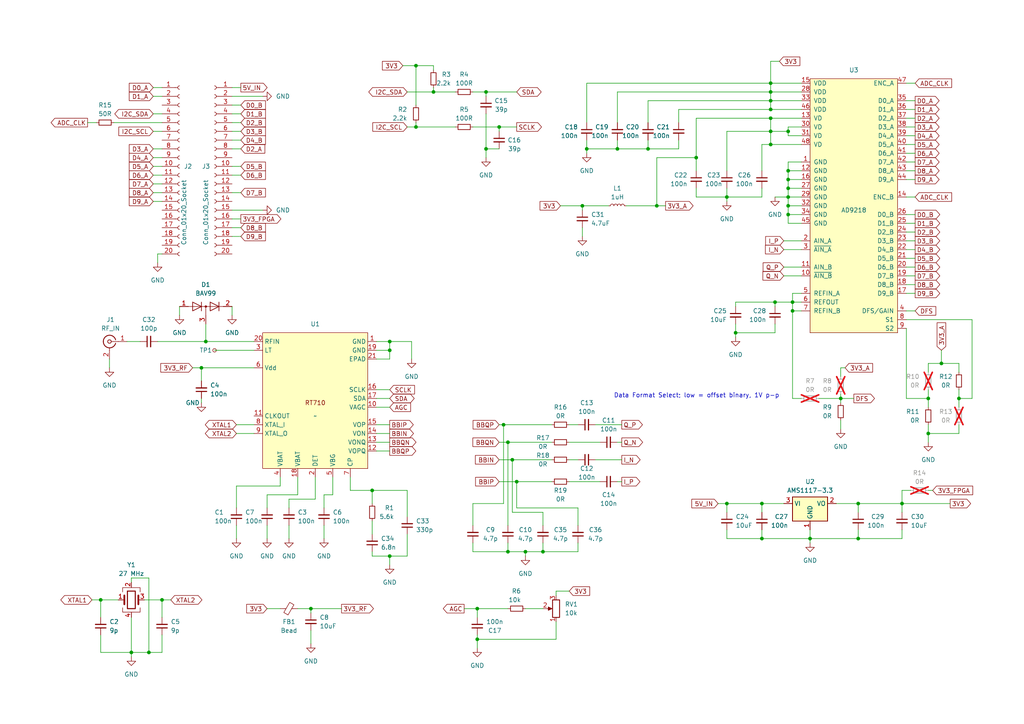
<source format=kicad_sch>
(kicad_sch (version 20230121) (generator eeschema)
  (paper "A4")
  (junction (at 229.87 90.17))
  (junction (at 43.18 189.23))
  (junction (at 144.78 36.83))
  (junction (at 220.98 146.05))
  (junction (at 113.03 161.29))
  (junction (at 120.65 36.83))
  (junction (at 223.52 34.29))
  (junction (at 269.24 125.73))
  (junction (at 190.5 59.69))
  (junction (at 223.52 31.75))
  (junction (at 228.6 38.1))
  (junction (at 59.69 99.06))
  (junction (at 187.96 43.18))
  (junction (at 210.82 57.15))
  (junction (at 248.92 156.21))
  (junction (at 224.79 87.63))
  (junction (at 243.84 115.57))
  (junction (at 113.03 99.06))
  (junction (at 38.1 189.23))
  (junction (at 248.92 146.05))
  (junction (at 140.97 43.18))
  (junction (at 269.24 115.57))
  (junction (at 228.6 49.53))
  (junction (at 229.87 87.63))
  (junction (at 170.18 43.18))
  (junction (at 278.13 115.57))
  (junction (at 228.6 52.07))
  (junction (at 223.52 38.1))
  (junction (at 201.93 45.72))
  (junction (at 140.97 26.67))
  (junction (at 228.6 57.15))
  (junction (at 179.07 43.18))
  (junction (at 46.99 173.99))
  (junction (at 223.52 29.21))
  (junction (at 90.17 176.53))
  (junction (at 152.4 160.02))
  (junction (at 210.82 146.05))
  (junction (at 149.86 139.7))
  (junction (at 234.95 156.21))
  (junction (at 147.32 128.27))
  (junction (at 107.95 142.24))
  (junction (at 157.48 160.02))
  (junction (at 113.03 101.6))
  (junction (at 273.05 105.41))
  (junction (at 213.36 96.52))
  (junction (at 120.65 19.05))
  (junction (at 125.73 26.67))
  (junction (at 29.21 173.99))
  (junction (at 228.6 62.23))
  (junction (at 138.43 185.42))
  (junction (at 220.98 156.21))
  (junction (at 223.52 26.67))
  (junction (at 228.6 54.61))
  (junction (at 58.42 106.68))
  (junction (at 138.43 176.53))
  (junction (at 223.52 41.91))
  (junction (at 228.6 59.69))
  (junction (at 147.32 160.02))
  (junction (at 223.52 24.13))
  (junction (at 261.62 146.05))
  (junction (at 146.05 123.19))
  (junction (at 148.59 133.35))
  (junction (at 168.91 59.69))
  (wire (pts (xy 43.18 189.23) (xy 38.1 189.23)))
  (wire (pts (xy 201.93 57.15) (xy 201.93 54.61)))
  (wire (pts (xy 208.28 146.05) (xy 210.82 146.05)))
  (wire (pts (xy 148.59 148.59) (xy 148.59 133.35)))
  (wire (pts (xy 262.89 115.57) (xy 269.24 115.57)))
  (wire (pts (xy 46.99 173.99) (xy 46.99 179.07)))
  (wire (pts (xy 269.24 125.73) (xy 269.24 128.27)))
  (wire (pts (xy 229.87 90.17) (xy 229.87 115.57)))
  (wire (pts (xy 261.62 153.67) (xy 261.62 156.21)))
  (wire (pts (xy 265.43 64.77) (xy 262.89 64.77)))
  (wire (pts (xy 242.57 146.05) (xy 248.92 146.05)))
  (wire (pts (xy 228.6 38.1) (xy 223.52 38.1)))
  (wire (pts (xy 278.13 105.41) (xy 278.13 107.95)))
  (wire (pts (xy 232.41 52.07) (xy 228.6 52.07)))
  (wire (pts (xy 59.69 93.98) (xy 59.69 99.06)))
  (wire (pts (xy 62.23 101.6) (xy 73.66 101.6)))
  (wire (pts (xy 81.28 138.43) (xy 81.28 140.97)))
  (wire (pts (xy 243.84 115.57) (xy 237.49 115.57)))
  (wire (pts (xy 41.91 173.99) (xy 46.99 173.99)))
  (wire (pts (xy 281.94 115.57) (xy 278.13 115.57)))
  (wire (pts (xy 243.84 106.68) (xy 243.84 109.22)))
  (wire (pts (xy 165.1 123.19) (xy 167.64 123.19)))
  (wire (pts (xy 147.32 128.27) (xy 160.02 128.27)))
  (wire (pts (xy 265.43 52.07) (xy 262.89 52.07)))
  (wire (pts (xy 138.43 179.07) (xy 138.43 176.53)))
  (wire (pts (xy 44.45 25.4) (xy 46.99 25.4)))
  (wire (pts (xy 232.41 36.83) (xy 228.6 36.83)))
  (wire (pts (xy 187.96 40.64) (xy 187.96 43.18)))
  (wire (pts (xy 248.92 146.05) (xy 248.92 148.59)))
  (wire (pts (xy 223.52 29.21) (xy 187.96 29.21)))
  (wire (pts (xy 232.41 85.09) (xy 229.87 85.09)))
  (wire (pts (xy 201.93 34.29) (xy 223.52 34.29)))
  (wire (pts (xy 93.98 147.32) (xy 93.98 143.51)))
  (wire (pts (xy 93.98 152.4) (xy 93.98 156.21)))
  (wire (pts (xy 167.64 152.4) (xy 167.64 147.32)))
  (wire (pts (xy 38.1 168.91) (xy 38.1 167.64)))
  (wire (pts (xy 34.29 173.99) (xy 29.21 173.99)))
  (wire (pts (xy 269.24 123.19) (xy 269.24 125.73)))
  (wire (pts (xy 273.05 105.41) (xy 278.13 105.41)))
  (wire (pts (xy 232.41 59.69) (xy 228.6 59.69)))
  (wire (pts (xy 228.6 54.61) (xy 228.6 57.15)))
  (wire (pts (xy 118.11 26.67) (xy 125.73 26.67)))
  (wire (pts (xy 213.36 87.63) (xy 213.36 88.9)))
  (wire (pts (xy 265.43 85.09) (xy 262.89 85.09)))
  (wire (pts (xy 152.4 160.02) (xy 147.32 160.02)))
  (wire (pts (xy 265.43 39.37) (xy 262.89 39.37)))
  (wire (pts (xy 44.45 58.42) (xy 46.99 58.42)))
  (wire (pts (xy 152.4 160.02) (xy 152.4 161.29)))
  (wire (pts (xy 223.52 26.67) (xy 179.07 26.67)))
  (wire (pts (xy 109.22 115.57) (xy 113.03 115.57)))
  (wire (pts (xy 44.45 38.1) (xy 46.99 38.1)))
  (wire (pts (xy 170.18 40.64) (xy 170.18 43.18)))
  (wire (pts (xy 76.2 27.94) (xy 67.31 27.94)))
  (wire (pts (xy 168.91 66.04) (xy 168.91 68.58)))
  (wire (pts (xy 137.16 146.05) (xy 146.05 146.05)))
  (wire (pts (xy 220.98 54.61) (xy 220.98 57.15)))
  (wire (pts (xy 213.36 96.52) (xy 213.36 93.98)))
  (wire (pts (xy 86.36 176.53) (xy 90.17 176.53)))
  (wire (pts (xy 157.48 152.4) (xy 157.48 148.59)))
  (wire (pts (xy 44.45 27.94) (xy 46.99 27.94)))
  (wire (pts (xy 265.43 44.45) (xy 262.89 44.45)))
  (wire (pts (xy 232.41 54.61) (xy 228.6 54.61)))
  (wire (pts (xy 165.1 139.7) (xy 173.99 139.7)))
  (wire (pts (xy 223.52 38.1) (xy 223.52 41.91)))
  (wire (pts (xy 45.72 73.66) (xy 46.99 73.66)))
  (wire (pts (xy 165.1 133.35) (xy 167.64 133.35)))
  (wire (pts (xy 232.41 77.47) (xy 227.33 77.47)))
  (wire (pts (xy 190.5 59.69) (xy 190.5 45.72)))
  (wire (pts (xy 269.24 107.95) (xy 269.24 105.41)))
  (wire (pts (xy 44.45 43.18) (xy 46.99 43.18)))
  (wire (pts (xy 147.32 128.27) (xy 147.32 152.4)))
  (wire (pts (xy 83.82 152.4) (xy 83.82 156.21)))
  (wire (pts (xy 68.58 140.97) (xy 68.58 147.32)))
  (wire (pts (xy 44.45 45.72) (xy 46.99 45.72)))
  (wire (pts (xy 190.5 59.69) (xy 193.04 59.69)))
  (wire (pts (xy 220.98 57.15) (xy 210.82 57.15)))
  (wire (pts (xy 210.82 146.05) (xy 220.98 146.05)))
  (wire (pts (xy 31.75 104.14) (xy 31.75 106.68)))
  (wire (pts (xy 223.52 34.29) (xy 223.52 38.1)))
  (wire (pts (xy 224.79 96.52) (xy 213.36 96.52)))
  (wire (pts (xy 146.05 146.05) (xy 146.05 123.19)))
  (wire (pts (xy 273.05 101.6) (xy 273.05 105.41)))
  (wire (pts (xy 201.93 34.29) (xy 201.93 45.72)))
  (wire (pts (xy 248.92 146.05) (xy 261.62 146.05)))
  (wire (pts (xy 120.65 19.05) (xy 125.73 19.05)))
  (wire (pts (xy 265.43 69.85) (xy 262.89 69.85)))
  (wire (pts (xy 187.96 35.56) (xy 187.96 29.21)))
  (wire (pts (xy 116.84 19.05) (xy 120.65 19.05)))
  (wire (pts (xy 232.41 80.01) (xy 227.33 80.01)))
  (wire (pts (xy 26.67 173.99) (xy 29.21 173.99)))
  (wire (pts (xy 269.24 105.41) (xy 273.05 105.41)))
  (wire (pts (xy 38.1 189.23) (xy 38.1 190.5)))
  (wire (pts (xy 140.97 33.02) (xy 140.97 43.18)))
  (wire (pts (xy 144.78 133.35) (xy 148.59 133.35)))
  (wire (pts (xy 223.52 34.29) (xy 232.41 34.29)))
  (wire (pts (xy 210.82 156.21) (xy 220.98 156.21)))
  (wire (pts (xy 157.48 157.48) (xy 157.48 160.02)))
  (wire (pts (xy 229.87 90.17) (xy 229.87 87.63)))
  (wire (pts (xy 228.6 52.07) (xy 228.6 54.61)))
  (wire (pts (xy 228.6 57.15) (xy 224.79 57.15)))
  (wire (pts (xy 120.65 36.83) (xy 132.08 36.83)))
  (wire (pts (xy 144.78 36.83) (xy 149.86 36.83)))
  (wire (pts (xy 109.22 125.73) (xy 113.03 125.73)))
  (wire (pts (xy 125.73 25.4) (xy 125.73 26.67)))
  (wire (pts (xy 168.91 59.69) (xy 176.53 59.69)))
  (wire (pts (xy 232.41 39.37) (xy 228.6 39.37)))
  (wire (pts (xy 243.84 121.92) (xy 243.84 124.46)))
  (wire (pts (xy 125.73 26.67) (xy 132.08 26.67)))
  (wire (pts (xy 228.6 57.15) (xy 228.6 59.69)))
  (wire (pts (xy 107.95 142.24) (xy 101.6 142.24)))
  (wire (pts (xy 138.43 185.42) (xy 138.43 187.96)))
  (wire (pts (xy 232.41 29.21) (xy 223.52 29.21)))
  (wire (pts (xy 67.31 25.4) (xy 69.85 25.4)))
  (wire (pts (xy 137.16 36.83) (xy 144.78 36.83)))
  (wire (pts (xy 265.43 46.99) (xy 262.89 46.99)))
  (wire (pts (xy 118.11 161.29) (xy 113.03 161.29)))
  (wire (pts (xy 220.98 156.21) (xy 234.95 156.21)))
  (wire (pts (xy 109.22 123.19) (xy 113.03 123.19)))
  (wire (pts (xy 220.98 41.91) (xy 220.98 49.53)))
  (wire (pts (xy 232.41 115.57) (xy 229.87 115.57)))
  (wire (pts (xy 261.62 146.05) (xy 261.62 148.59)))
  (wire (pts (xy 261.62 156.21) (xy 248.92 156.21)))
  (wire (pts (xy 245.11 106.68) (xy 243.84 106.68)))
  (wire (pts (xy 234.95 156.21) (xy 234.95 157.48)))
  (wire (pts (xy 265.43 90.17) (xy 262.89 90.17)))
  (wire (pts (xy 90.17 182.88) (xy 90.17 186.69)))
  (wire (pts (xy 93.98 143.51) (xy 96.52 143.51)))
  (wire (pts (xy 220.98 41.91) (xy 223.52 41.91)))
  (wire (pts (xy 67.31 66.04) (xy 69.85 66.04)))
  (wire (pts (xy 187.96 43.18) (xy 179.07 43.18)))
  (wire (pts (xy 228.6 49.53) (xy 228.6 52.07)))
  (wire (pts (xy 45.72 76.2) (xy 45.72 73.66)))
  (wire (pts (xy 113.03 99.06) (xy 113.03 101.6)))
  (wire (pts (xy 278.13 125.73) (xy 269.24 125.73)))
  (wire (pts (xy 224.79 93.98) (xy 224.79 96.52)))
  (wire (pts (xy 220.98 146.05) (xy 227.33 146.05)))
  (wire (pts (xy 161.29 180.34) (xy 161.29 185.42)))
  (wire (pts (xy 167.64 160.02) (xy 157.48 160.02)))
  (wire (pts (xy 165.1 128.27) (xy 173.99 128.27)))
  (wire (pts (xy 265.43 36.83) (xy 262.89 36.83)))
  (wire (pts (xy 86.36 143.51) (xy 77.47 143.51)))
  (wire (pts (xy 138.43 176.53) (xy 147.32 176.53)))
  (wire (pts (xy 265.43 31.75) (xy 262.89 31.75)))
  (wire (pts (xy 265.43 24.13) (xy 262.89 24.13)))
  (wire (pts (xy 140.97 26.67) (xy 149.86 26.67)))
  (wire (pts (xy 45.72 99.06) (xy 59.69 99.06)))
  (wire (pts (xy 67.31 50.8) (xy 69.85 50.8)))
  (wire (pts (xy 67.31 40.64) (xy 69.85 40.64)))
  (wire (pts (xy 96.52 143.51) (xy 96.52 138.43)))
  (wire (pts (xy 167.64 157.48) (xy 167.64 160.02)))
  (wire (pts (xy 196.85 43.18) (xy 187.96 43.18)))
  (wire (pts (xy 248.92 153.67) (xy 248.92 156.21)))
  (wire (pts (xy 118.11 36.83) (xy 120.65 36.83)))
  (wire (pts (xy 213.36 96.52) (xy 213.36 97.79)))
  (wire (pts (xy 232.41 62.23) (xy 228.6 62.23)))
  (wire (pts (xy 157.48 148.59) (xy 148.59 148.59)))
  (wire (pts (xy 67.31 55.88) (xy 69.85 55.88)))
  (wire (pts (xy 109.22 99.06) (xy 113.03 99.06)))
  (wire (pts (xy 179.07 40.64) (xy 179.07 43.18)))
  (wire (pts (xy 144.78 123.19) (xy 146.05 123.19)))
  (wire (pts (xy 269.24 113.03) (xy 269.24 115.57)))
  (wire (pts (xy 46.99 173.99) (xy 49.53 173.99)))
  (wire (pts (xy 77.47 152.4) (xy 77.47 156.21)))
  (wire (pts (xy 247.65 115.57) (xy 243.84 115.57)))
  (wire (pts (xy 77.47 143.51) (xy 77.47 147.32)))
  (wire (pts (xy 265.43 49.53) (xy 262.89 49.53)))
  (wire (pts (xy 67.31 48.26) (xy 69.85 48.26)))
  (wire (pts (xy 210.82 153.67) (xy 210.82 156.21)))
  (wire (pts (xy 67.31 38.1) (xy 69.85 38.1)))
  (wire (pts (xy 146.05 123.19) (xy 160.02 123.19)))
  (wire (pts (xy 234.95 153.67) (xy 234.95 156.21)))
  (wire (pts (xy 223.52 24.13) (xy 223.52 26.67)))
  (wire (pts (xy 119.38 99.06) (xy 113.03 99.06)))
  (wire (pts (xy 144.78 36.83) (xy 144.78 38.1)))
  (wire (pts (xy 109.22 101.6) (xy 113.03 101.6)))
  (wire (pts (xy 223.52 31.75) (xy 232.41 31.75)))
  (wire (pts (xy 109.22 113.03) (xy 113.03 113.03)))
  (wire (pts (xy 67.31 68.58) (xy 69.85 68.58)))
  (wire (pts (xy 152.4 176.53) (xy 157.48 176.53)))
  (wire (pts (xy 265.43 67.31) (xy 262.89 67.31)))
  (wire (pts (xy 118.11 142.24) (xy 107.95 142.24)))
  (wire (pts (xy 232.41 26.67) (xy 223.52 26.67)))
  (wire (pts (xy 210.82 38.1) (xy 210.82 49.53)))
  (wire (pts (xy 232.41 64.77) (xy 228.6 64.77)))
  (wire (pts (xy 68.58 152.4) (xy 68.58 156.21)))
  (wire (pts (xy 67.31 60.96) (xy 76.2 60.96)))
  (wire (pts (xy 223.52 24.13) (xy 170.18 24.13)))
  (wire (pts (xy 264.16 142.24) (xy 261.62 142.24)))
  (wire (pts (xy 109.22 128.27) (xy 113.03 128.27)))
  (wire (pts (xy 119.38 104.14) (xy 119.38 99.06)))
  (wire (pts (xy 44.45 53.34) (xy 46.99 53.34)))
  (wire (pts (xy 86.36 138.43) (xy 86.36 143.51)))
  (wire (pts (xy 67.31 63.5) (xy 69.85 63.5)))
  (wire (pts (xy 223.52 41.91) (xy 232.41 41.91)))
  (wire (pts (xy 170.18 24.13) (xy 170.18 35.56)))
  (wire (pts (xy 201.93 45.72) (xy 201.93 49.53)))
  (wire (pts (xy 107.95 161.29) (xy 113.03 161.29)))
  (wire (pts (xy 196.85 31.75) (xy 223.52 31.75)))
  (wire (pts (xy 223.52 38.1) (xy 210.82 38.1)))
  (wire (pts (xy 58.42 106.68) (xy 58.42 110.49)))
  (wire (pts (xy 90.17 176.53) (xy 99.06 176.53)))
  (wire (pts (xy 265.43 34.29) (xy 262.89 34.29)))
  (wire (pts (xy 223.52 29.21) (xy 223.52 31.75)))
  (wire (pts (xy 101.6 142.24) (xy 101.6 138.43)))
  (wire (pts (xy 137.16 152.4) (xy 137.16 146.05)))
  (wire (pts (xy 68.58 123.19) (xy 73.66 123.19)))
  (wire (pts (xy 196.85 35.56) (xy 196.85 31.75)))
  (wire (pts (xy 58.42 115.57) (xy 58.42 116.84)))
  (wire (pts (xy 68.58 125.73) (xy 73.66 125.73)))
  (wire (pts (xy 220.98 153.67) (xy 220.98 156.21)))
  (wire (pts (xy 118.11 154.94) (xy 118.11 161.29)))
  (wire (pts (xy 232.41 87.63) (xy 229.87 87.63)))
  (wire (pts (xy 44.45 50.8) (xy 46.99 50.8)))
  (wire (pts (xy 38.1 189.23) (xy 29.21 189.23)))
  (wire (pts (xy 161.29 185.42) (xy 138.43 185.42)))
  (wire (pts (xy 261.62 146.05) (xy 275.59 146.05)))
  (wire (pts (xy 243.84 114.3) (xy 243.84 115.57)))
  (wire (pts (xy 144.78 139.7) (xy 149.86 139.7)))
  (wire (pts (xy 38.1 179.07) (xy 38.1 189.23)))
  (wire (pts (xy 162.56 59.69) (xy 168.91 59.69)))
  (wire (pts (xy 29.21 184.15) (xy 29.21 189.23)))
  (wire (pts (xy 149.86 147.32) (xy 149.86 139.7)))
  (wire (pts (xy 261.62 142.24) (xy 261.62 146.05)))
  (wire (pts (xy 161.29 171.45) (xy 161.29 172.72)))
  (wire (pts (xy 107.95 146.05) (xy 107.95 142.24)))
  (wire (pts (xy 232.41 49.53) (xy 228.6 49.53)))
  (wire (pts (xy 228.6 38.1) (xy 228.6 39.37)))
  (wire (pts (xy 29.21 173.99) (xy 29.21 179.07)))
  (wire (pts (xy 107.95 151.13) (xy 107.95 154.94)))
  (wire (pts (xy 67.31 30.48) (xy 69.85 30.48)))
  (wire (pts (xy 52.07 88.9) (xy 52.07 91.44)))
  (wire (pts (xy 179.07 139.7) (xy 180.34 139.7)))
  (wire (pts (xy 232.41 24.13) (xy 223.52 24.13)))
  (wire (pts (xy 278.13 113.03) (xy 278.13 115.57)))
  (wire (pts (xy 248.92 156.21) (xy 234.95 156.21)))
  (wire (pts (xy 167.64 147.32) (xy 149.86 147.32)))
  (wire (pts (xy 265.43 41.91) (xy 262.89 41.91)))
  (wire (pts (xy 113.03 161.29) (xy 113.03 163.83)))
  (wire (pts (xy 228.6 59.69) (xy 228.6 62.23)))
  (wire (pts (xy 278.13 123.19) (xy 278.13 125.73)))
  (wire (pts (xy 179.07 128.27) (xy 180.34 128.27)))
  (wire (pts (xy 38.1 167.64) (xy 43.18 167.64)))
  (wire (pts (xy 125.73 20.32) (xy 125.73 19.05)))
  (wire (pts (xy 120.65 35.56) (xy 120.65 36.83)))
  (wire (pts (xy 220.98 146.05) (xy 220.98 148.59)))
  (wire (pts (xy 224.79 87.63) (xy 213.36 87.63)))
  (wire (pts (xy 210.82 146.05) (xy 210.82 148.59)))
  (wire (pts (xy 83.82 144.78) (xy 91.44 144.78)))
  (wire (pts (xy 113.03 101.6) (xy 113.03 104.14)))
  (wire (pts (xy 181.61 59.69) (xy 190.5 59.69)))
  (wire (pts (xy 118.11 149.86) (xy 118.11 142.24)))
  (wire (pts (xy 243.84 115.57) (xy 243.84 116.84)))
  (wire (pts (xy 265.43 62.23) (xy 262.89 62.23)))
  (wire (pts (xy 140.97 43.18) (xy 144.78 43.18)))
  (wire (pts (xy 210.82 57.15) (xy 210.82 58.42)))
  (wire (pts (xy 109.22 118.11) (xy 113.03 118.11)))
  (wire (pts (xy 226.06 17.78) (xy 223.52 17.78)))
  (wire (pts (xy 33.02 35.56) (xy 46.99 35.56)))
  (wire (pts (xy 109.22 130.81) (xy 113.03 130.81)))
  (wire (pts (xy 67.31 43.18) (xy 69.85 43.18)))
  (wire (pts (xy 232.41 69.85) (xy 227.33 69.85)))
  (wire (pts (xy 91.44 144.78) (xy 91.44 138.43)))
  (wire (pts (xy 262.89 95.25) (xy 262.89 115.57)))
  (wire (pts (xy 172.72 133.35) (xy 180.34 133.35)))
  (wire (pts (xy 196.85 40.64) (xy 196.85 43.18)))
  (wire (pts (xy 170.18 44.45) (xy 170.18 43.18)))
  (wire (pts (xy 165.1 171.45) (xy 161.29 171.45)))
  (wire (pts (xy 138.43 184.15) (xy 138.43 185.42)))
  (wire (pts (xy 137.16 26.67) (xy 140.97 26.67)))
  (wire (pts (xy 55.88 106.68) (xy 58.42 106.68)))
  (wire (pts (xy 67.31 33.02) (xy 69.85 33.02)))
  (wire (pts (xy 269.24 142.24) (xy 270.51 142.24)))
  (wire (pts (xy 67.31 88.9) (xy 67.31 91.44)))
  (wire (pts (xy 140.97 43.18) (xy 140.97 45.72)))
  (wire (pts (xy 144.78 128.27) (xy 147.32 128.27)))
  (wire (pts (xy 147.32 157.48) (xy 147.32 160.02)))
  (wire (pts (xy 157.48 160.02) (xy 152.4 160.02)))
  (wire (pts (xy 232.41 72.39) (xy 227.33 72.39)))
  (wire (pts (xy 232.41 46.99) (xy 228.6 46.99)))
  (wire (pts (xy 46.99 189.23) (xy 43.18 189.23)))
  (wire (pts (xy 58.42 106.68) (xy 73.66 106.68)))
  (wire (pts (xy 67.31 35.56) (xy 69.85 35.56)))
  (wire (pts (xy 179.07 26.67) (xy 179.07 35.56)))
  (wire (pts (xy 120.65 19.05) (xy 120.65 30.48)))
  (wire (pts (xy 224.79 87.63) (xy 224.79 88.9)))
  (wire (pts (xy 223.52 17.78) (xy 223.52 24.13)))
  (wire (pts (xy 44.45 48.26) (xy 46.99 48.26)))
  (wire (pts (xy 137.16 157.48) (xy 137.16 160.02)))
  (wire (pts (xy 25.4 35.56) (xy 27.94 35.56)))
  (wire (pts (xy 59.69 99.06) (xy 73.66 99.06)))
  (wire (pts (xy 210.82 57.15) (xy 201.93 57.15)))
  (wire (pts (xy 43.18 167.64) (xy 43.18 189.23)))
  (wire (pts (xy 210.82 54.61) (xy 210.82 57.15)))
  (wire (pts (xy 265.43 72.39) (xy 262.89 72.39)))
  (wire (pts (xy 232.41 57.15) (xy 228.6 57.15)))
  (wire (pts (xy 190.5 45.72) (xy 201.93 45.72)))
  (wire (pts (xy 36.83 99.06) (xy 40.64 99.06)))
  (wire (pts (xy 77.47 176.53) (xy 81.28 176.53)))
  (wire (pts (xy 232.41 90.17) (xy 229.87 90.17)))
  (wire (pts (xy 148.59 133.35) (xy 160.02 133.35)))
  (wire (pts (xy 147.32 160.02) (xy 137.16 160.02)))
  (wire (pts (xy 265.43 74.93) (xy 262.89 74.93)))
  (wire (pts (xy 109.22 104.14) (xy 113.03 104.14)))
  (wire (pts (xy 223.52 26.67) (xy 223.52 29.21)))
  (wire (pts (xy 269.24 115.57) (xy 269.24 118.11)))
  (wire (pts (xy 265.43 80.01) (xy 262.89 80.01)))
  (wire (pts (xy 44.45 55.88) (xy 46.99 55.88)))
  (wire (pts (xy 228.6 36.83) (xy 228.6 38.1)))
  (wire (pts (xy 83.82 147.32) (xy 83.82 144.78)))
  (wire (pts (xy 228.6 46.99) (xy 228.6 49.53)))
  (wire (pts (xy 90.17 177.8) (xy 90.17 176.53)))
  (wire (pts (xy 265.43 77.47) (xy 262.89 77.47)))
  (wire (pts (xy 44.45 33.02) (xy 46.99 33.02)))
  (wire (pts (xy 179.07 43.18) (xy 170.18 43.18)))
  (wire (pts (xy 81.28 140.97) (xy 68.58 140.97)))
  (wire (pts (xy 265.43 29.21) (xy 262.89 29.21)))
  (wire (pts (xy 149.86 139.7) (xy 160.02 139.7)))
  (wire (pts (xy 168.91 59.69) (xy 168.91 60.96)))
  (wire (pts (xy 229.87 87.63) (xy 224.79 87.63)))
  (wire (pts (xy 265.43 57.15) (xy 262.89 57.15)))
  (wire (pts (xy 229.87 87.63) (xy 229.87 85.09)))
  (wire (pts (xy 107.95 160.02) (xy 107.95 161.29)))
  (wire (pts (xy 281.94 92.71) (xy 281.94 115.57)))
  (wire (pts (xy 262.89 92.71) (xy 281.94 92.71)))
  (wire (pts (xy 140.97 27.94) (xy 140.97 26.67)))
  (wire (pts (xy 172.72 123.19) (xy 180.34 123.19)))
  (wire (pts (xy 265.43 82.55) (xy 262.89 82.55)))
  (wire (pts (xy 134.62 176.53) (xy 138.43 176.53)))
  (wire (pts (xy 228.6 62.23) (xy 228.6 64.77)))
  (wire (pts (xy 278.13 115.57) (xy 278.13 118.11)))
  (wire (pts (xy 46.99 184.15) (xy 46.99 189.23)))
  (text "Data Format Select; low = offset binary, 1V p-p" (at 226.06 115.57 0) (effects (font (size 1.27 1.27)) (justify right bottom)))
  (global_label "D4_B" (shape input) (at 69.85 40.64 0) (property "Intersheetrefs" "${INTERSHEET_REFS}" (effects hide)))
  (global_label "SCLK" (shape input) (at 113.03 113.03 0) (property "Intersheetrefs" "${INTERSHEET_REFS}" (effects hide)))
  (global_label "3V3_A" (shape input) (at 273.05 101.6 90) (property "Intersheetrefs" "${INTERSHEET_REFS}" (effects hide)))
  (global_label "Q_N" (shape input) (at 227.33 80.01 180) (property "Intersheetrefs" "${INTERSHEET_REFS}" (effects hide)))
  (global_label "D8_B" (shape input) (at 69.85 66.04 0) (property "Intersheetrefs" "${INTERSHEET_REFS}" (effects hide)))
  (global_label "D3_A" (shape output) (at 265.43 36.83 0) (property "Intersheetrefs" "${INTERSHEET_REFS}" (effects hide)))
  (global_label "D2_A" (shape input) (at 69.85 43.18 0) (property "Intersheetrefs" "${INTERSHEET_REFS}" (effects hide)))
  (global_label "D8_A" (shape input) (at 44.45 55.88 180) (property "Intersheetrefs" "${INTERSHEET_REFS}" (effects hide)))
  (global_label "D9_B" (shape output) (at 265.43 85.09 0) (property "Intersheetrefs" "${INTERSHEET_REFS}" (effects hide)))
  (global_label "D0_A" (shape output) (at 265.43 29.21 0) (property "Intersheetrefs" "${INTERSHEET_REFS}" (effects hide)))
  (global_label "BBQP" (shape input) (at 144.78 123.19 180) (property "Intersheetrefs" "${INTERSHEET_REFS}" (effects hide)))
  (global_label "3V3_RF" (shape input) (at 55.88 106.68 180) (property "Intersheetrefs" "${INTERSHEET_REFS}" (effects hide)))
  (global_label "D6_A" (shape input) (at 44.45 50.8 180) (property "Intersheetrefs" "${INTERSHEET_REFS}" (effects hide)))
  (global_label "I_P" (shape input) (at 227.33 69.85 180) (property "Intersheetrefs" "${INTERSHEET_REFS}" (effects hide)))
  (global_label "D3_A" (shape input) (at 44.45 43.18 180) (property "Intersheetrefs" "${INTERSHEET_REFS}" (effects hide)))
  (global_label "I_N" (shape output) (at 180.34 133.35 0) (property "Intersheetrefs" "${INTERSHEET_REFS}" (effects hide)))
  (global_label "5V_IN" (shape output) (at 69.85 25.4 0) (property "Intersheetrefs" "${INTERSHEET_REFS}" (effects hide)))
  (global_label "BBIP" (shape input) (at 144.78 139.7 180) (property "Intersheetrefs" "${INTERSHEET_REFS}" (effects hide)))
  (global_label "I2C_SCL" (shape input) (at 44.45 38.1 180) (property "Intersheetrefs" "${INTERSHEET_REFS}" (effects hide)))
  (global_label "D1_B" (shape input) (at 69.85 33.02 0) (property "Intersheetrefs" "${INTERSHEET_REFS}" (effects hide)))
  (global_label "XTAL2" (shape bidirectional) (at 49.53 173.99 0) (property "Intersheetrefs" "${INTERSHEET_REFS}" (effects hide)))
  (global_label "Q_P" (shape output) (at 180.34 123.19 0) (property "Intersheetrefs" "${INTERSHEET_REFS}" (effects hide)))
  (global_label "3V3" (shape input) (at 165.1 171.45 0) (property "Intersheetrefs" "${INTERSHEET_REFS}" (effects hide)))
  (global_label "3V3_FPGA" (shape input) (at 270.51 142.24 0) (property "Intersheetrefs" "${INTERSHEET_REFS}" (effects hide)))
  (global_label "3V3_A" (shape input) (at 245.11 106.68 0) (property "Intersheetrefs" "${INTERSHEET_REFS}" (effects hide)))
  (global_label "3V3" (shape input) (at 226.06 17.78 0) (property "Intersheetrefs" "${INTERSHEET_REFS}" (effects hide)))
  (global_label "D5_A" (shape input) (at 44.45 48.26 180) (property "Intersheetrefs" "${INTERSHEET_REFS}" (effects hide)))
  (global_label "I_P" (shape output) (at 180.34 139.7 0) (property "Intersheetrefs" "${INTERSHEET_REFS}" (effects hide)))
  (global_label "D1_A" (shape output) (at 265.43 31.75 0) (property "Intersheetrefs" "${INTERSHEET_REFS}" (effects hide)))
  (global_label "BBIP" (shape output) (at 113.03 123.19 0) (property "Intersheetrefs" "${INTERSHEET_REFS}" (effects hide)))
  (global_label "BBIN" (shape input) (at 144.78 133.35 180) (property "Intersheetrefs" "${INTERSHEET_REFS}" (effects hide)))
  (global_label "D0_B" (shape output) (at 265.43 62.23 0) (property "Intersheetrefs" "${INTERSHEET_REFS}" (effects hide)))
  (global_label "AGC" (shape input) (at 113.03 118.11 0) (property "Intersheetrefs" "${INTERSHEET_REFS}" (effects hide)))
  (global_label "D9_B" (shape input) (at 69.85 68.58 0) (property "Intersheetrefs" "${INTERSHEET_REFS}" (effects hide)))
  (global_label "ADC_CLK" (shape input) (at 265.43 24.13 0) (property "Intersheetrefs" "${INTERSHEET_REFS}" (effects hide)))
  (global_label "D5_B" (shape input) (at 69.85 48.26 0) (property "Intersheetrefs" "${INTERSHEET_REFS}" (effects hide)))
  (global_label "D3_B" (shape input) (at 69.85 38.1 0) (property "Intersheetrefs" "${INTERSHEET_REFS}" (effects hide)))
  (global_label "D7_A" (shape output) (at 265.43 46.99 0) (property "Intersheetrefs" "${INTERSHEET_REFS}" (effects hide)))
  (global_label "D7_B" (shape output) (at 265.43 80.01 0) (property "Intersheetrefs" "${INTERSHEET_REFS}" (effects hide)))
  (global_label "DFS" (shape output) (at 247.65 115.57 0) (property "Intersheetrefs" "${INTERSHEET_REFS}" (effects hide)))
  (global_label "SDA" (shape bidirectional) (at 113.03 115.57 0) (property "Intersheetrefs" "${INTERSHEET_REFS}" (effects hide)))
  (global_label "DFS" (shape input) (at 265.43 90.17 0) (property "Intersheetrefs" "${INTERSHEET_REFS}" (effects hide)))
  (global_label "3V3_A" (shape output) (at 193.04 59.69 0) (property "Intersheetrefs" "${INTERSHEET_REFS}" (effects hide)))
  (global_label "D1_B" (shape output) (at 265.43 64.77 0) (property "Intersheetrefs" "${INTERSHEET_REFS}" (effects hide)))
  (global_label "D7_B" (shape input) (at 69.85 55.88 0) (property "Intersheetrefs" "${INTERSHEET_REFS}" (effects hide)))
  (global_label "ADC_CLK" (shape output) (at 25.4 35.56 180) (property "Intersheetrefs" "${INTERSHEET_REFS}" (effects hide)))
  (global_label "D7_A" (shape input) (at 44.45 53.34 180) (property "Intersheetrefs" "${INTERSHEET_REFS}" (effects hide)))
  (global_label "D3_B" (shape output) (at 265.43 69.85 0) (property "Intersheetrefs" "${INTERSHEET_REFS}" (effects hide)))
  (global_label "3V3" (shape input) (at 162.56 59.69 180) (property "Intersheetrefs" "${INTERSHEET_REFS}" (effects hide)))
  (global_label "Q_P" (shape input) (at 227.33 77.47 180) (property "Intersheetrefs" "${INTERSHEET_REFS}" (effects hide)))
  (global_label "D6_A" (shape output) (at 265.43 44.45 0) (property "Intersheetrefs" "${INTERSHEET_REFS}" (effects hide)))
  (global_label "I_N" (shape input) (at 227.33 72.39 180) (property "Intersheetrefs" "${INTERSHEET_REFS}" (effects hide)))
  (global_label "BBIN" (shape output) (at 113.03 125.73 0) (property "Intersheetrefs" "${INTERSHEET_REFS}" (effects hide)))
  (global_label "XTAL2" (shape bidirectional) (at 68.58 125.73 180) (property "Intersheetrefs" "${INTERSHEET_REFS}" (effects hide)))
  (global_label "BBQP" (shape output) (at 113.03 130.81 0) (property "Intersheetrefs" "${INTERSHEET_REFS}" (effects hide)))
  (global_label "D6_B" (shape input) (at 69.85 50.8 0) (property "Intersheetrefs" "${INTERSHEET_REFS}" (effects hide)))
  (global_label "SDA" (shape bidirectional) (at 149.86 26.67 0) (property "Intersheetrefs" "${INTERSHEET_REFS}" (effects hide)))
  (global_label "D0_A" (shape input) (at 44.45 25.4 180) (property "Intersheetrefs" "${INTERSHEET_REFS}" (effects hide)))
  (global_label "D4_A" (shape input) (at 44.45 45.72 180) (property "Intersheetrefs" "${INTERSHEET_REFS}" (effects hide)))
  (global_label "D2_B" (shape input) (at 69.85 35.56 0) (property "Intersheetrefs" "${INTERSHEET_REFS}" (effects hide)))
  (global_label "3V3" (shape output) (at 275.59 146.05 0) (property "Intersheetrefs" "${INTERSHEET_REFS}" (effects hide)))
  (global_label "D8_B" (shape output) (at 265.43 82.55 0) (property "Intersheetrefs" "${INTERSHEET_REFS}" (effects hide)))
  (global_label "3V3_RF" (shape output) (at 99.06 176.53 0) (property "Intersheetrefs" "${INTERSHEET_REFS}" (effects hide)))
  (global_label "BBQN" (shape output) (at 113.03 128.27 0) (property "Intersheetrefs" "${INTERSHEET_REFS}" (effects hide)))
  (global_label "3V3_FPGA" (shape output) (at 69.85 63.5 0) (property "Intersheetrefs" "${INTERSHEET_REFS}" (effects hide)))
  (global_label "5V_IN" (shape input) (at 208.28 146.05 180) (property "Intersheetrefs" "${INTERSHEET_REFS}" (effects hide)))
  (global_label "D6_B" (shape output) (at 265.43 77.47 0) (property "Intersheetrefs" "${INTERSHEET_REFS}" (effects hide)))
  (global_label "I2C_SCL" (shape input) (at 118.11 36.83 180) (property "Intersheetrefs" "${INTERSHEET_REFS}" (effects hide)))
  (global_label "SCLK" (shape output) (at 149.86 36.83 0) (property "Intersheetrefs" "${INTERSHEET_REFS}" (effects hide)))
  (global_label "D4_B" (shape output) (at 265.43 72.39 0) (property "Intersheetrefs" "${INTERSHEET_REFS}" (effects hide)))
  (global_label "AGC" (shape output) (at 134.62 176.53 180) (property "Intersheetrefs" "${INTERSHEET_REFS}" (effects hide)))
  (global_label "D9_A" (shape output) (at 265.43 52.07 0) (property "Intersheetrefs" "${INTERSHEET_REFS}" (effects hide)))
  (global_label "ADC_CLK" (shape input) (at 265.43 57.15 0) (property "Intersheetrefs" "${INTERSHEET_REFS}" (effects hide)))
  (global_label "D5_B" (shape output) (at 265.43 74.93 0) (property "Intersheetrefs" "${INTERSHEET_REFS}" (effects hide)))
  (global_label "D2_B" (shape output) (at 265.43 67.31 0) (property "Intersheetrefs" "${INTERSHEET_REFS}" (effects hide)))
  (global_label "D4_A" (shape output) (at 265.43 39.37 0) (property "Intersheetrefs" "${INTERSHEET_REFS}" (effects hide)))
  (global_label "3V3" (shape input) (at 77.47 176.53 180) (property "Intersheetrefs" "${INTERSHEET_REFS}" (effects hide)))
  (global_label "XTAL1" (shape bidirectional) (at 26.67 173.99 180) (property "Intersheetrefs" "${INTERSHEET_REFS}" (effects hide)))
  (global_label "3V3" (shape input) (at 116.84 19.05 180) (property "Intersheetrefs" "${INTERSHEET_REFS}" (effects hide)))
  (global_label "I2C_SDA" (shape bidirectional) (at 118.11 26.67 180) (property "Intersheetrefs" "${INTERSHEET_REFS}" (effects hide)))
  (global_label "BBQN" (shape input) (at 144.78 128.27 180) (property "Intersheetrefs" "${INTERSHEET_REFS}" (effects hide)))
  (global_label "D1_A" (shape input) (at 44.45 27.94 180) (property "Intersheetrefs" "${INTERSHEET_REFS}" (effects hide)))
  (global_label "D5_A" (shape output) (at 265.43 41.91 0) (property "Intersheetrefs" "${INTERSHEET_REFS}" (effects hide)))
  (global_label "I2C_SDA" (shape bidirectional) (at 44.45 33.02 180) (property "Intersheetrefs" "${INTERSHEET_REFS}" (effects hide)))
  (global_label "D2_A" (shape output) (at 265.43 34.29 0) (property "Intersheetrefs" "${INTERSHEET_REFS}" (effects hide)))
  (global_label "D8_A" (shape output) (at 265.43 49.53 0) (property "Intersheetrefs" "${INTERSHEET_REFS}" (effects hide)))
  (global_label "D9_A" (shape input) (at 44.45 58.42 180) (property "Intersheetrefs" "${INTERSHEET_REFS}" (effects hide)))
  (global_label "D0_B" (shape input) (at 69.85 30.48 0) (property "Intersheetrefs" "${INTERSHEET_REFS}" (effects hide)))
  (global_label "XTAL1" (shape bidirectional) (at 68.58 123.19 180) (property "Intersheetrefs" "${INTERSHEET_REFS}" (effects hide)))
  (global_label "Q_N" (shape output) (at 180.34 128.27 0) (property "Intersheetrefs" "${INTERSHEET_REFS}" (effects hide)))
  (symbol (lib_id "Connector:Conn_Coaxial") (at 31.75 99.06 0) (mirror y) (unit 1)
    (property "Reference" "J1" (at 32.0674 92.71 0))
    (property "Value" "RF_IN" (at 32.0674 95.25 0))
    (property "Footprint" "Connector_Coaxial:SMA_Molex_73251-1153_EdgeMount_Horizontal" (effects hide))
    (property "Datasheet" " ~" (effects hide))
  )
  (symbol (lib_id "power:GND") (at 83.82 156.21 0) (unit 1)
    (property "Reference" "#PWR023" (effects hide))
    (property "Value" "GND" (at 83.82 161.29 0))
  )
  (symbol (lib_id "Device:Crystal_GND24") (at 38.1 173.99 0) (unit 1)
    (property "Reference" "Y1" (at 38.1 163.83 0))
    (property "Value" "27 MHz" (at 38.1 166.37 0))
    (property "Footprint" "Crystal:Crystal_SMD_3225-4Pin_3.2x2.5mm" (effects hide))
  )
  (symbol (lib_id "power:GND") (at 93.98 156.21 0) (unit 1)
    (property "Reference" "#PWR024" (effects hide))
    (property "Value" "GND" (at 93.98 161.29 0))
  )
  (symbol (lib_id "Device:FerriteBead_Small") (at 83.82 176.53 90) (unit 1)
    (property "Reference" "FB1" (at 83.82 180.34 90))
    (property "Value" "Bead" (at 83.82 182.88 90))
    (property "Footprint" "Resistor_SMD:R_0603_1608Metric" (effects hide))
  )
  (symbol (lib_id "power:GND") (at 210.82 58.42 0) (mirror y) (unit 1)
    (property "Reference" "#PWR014" (effects hide))
    (property "Value" "GND" (at 210.82 63.5 0))
  )
  (symbol (lib_id "power:GND") (at 113.03 163.83 0) (unit 1)
    (property "Reference" "#PWR025" (effects hide))
    (property "Value" "GND" (at 113.03 168.91 0))
  )
  (symbol (lib_id "power:GND") (at 269.24 128.27 0) (mirror y) (unit 1)
    (property "Reference" "#PWR019" (effects hide))
    (property "Value" "GND" (at 269.24 133.35 0))
  )
  (symbol (lib_id "Device:R_Small") (at 278.13 120.65 0) (mirror y) (unit 1) (dnp yes)
    (property "Reference" "R13" (at 274.32 119.38 0))
    (property "Value" "0R" (at 274.32 121.92 0))
    (property "Footprint" "Resistor_SMD:R_0402_1005Metric" (effects hide))
  )
  (symbol (lib_id "Device:C_Small") (at 224.79 91.44 0) (mirror y) (unit 1)
    (property "Reference" "C28" (at 222.25 90.1763 0) (effects (justify left)))
    (property "Value" "100n" (at 222.25 92.7163 0) (effects (justify left)))
    (property "Footprint" "Capacitor_SMD:C_0402_1005Metric" (effects hide))
  )
  (symbol (lib_id "Device:C_Small") (at 213.36 91.44 0) (mirror y) (unit 1)
    (property "Reference" "C25" (at 210.82 90.1763 0) (effects (justify left)))
    (property "Value" "10uF" (at 210.82 92.7163 0) (effects (justify left)))
    (property "Footprint" "Capacitor_SMD:C_0603_1608Metric" (effects hide))
  )
  (symbol (lib_id "Device:R_Small") (at 162.56 128.27 90) (mirror x) (unit 1)
    (property "Reference" "R17" (at 157.48 127 90))
    (property "Value" "0R" (at 157.48 129.54 90))
    (property "Footprint" "Resistor_SMD:R_0402_1005Metric" (effects hide))
  )
  (symbol (lib_id "Device:C_Small") (at 196.85 38.1 0) (mirror y) (unit 1)
    (property "Reference" "C21" (at 194.31 36.8363 0) (effects (justify left)))
    (property "Value" "100n" (at 194.31 39.3763 0) (effects (justify left)))
    (property "Footprint" "Capacitor_SMD:C_0402_1005Metric" (effects hide))
  )
  (symbol (lib_id "rda5815S:RT710") (at 91.44 116.84 0) (unit 1)
    (property "Reference" "U1" (at 91.44 93.98 0))
    (property "Value" "~" (at 91.44 120.65 0))
    (property "Footprint" "qfn20:QFN-20-1EP_4x4mm_P0.5mm_EP2.15x2.15mm_ThermalVias" (effects hide))
  )
  (symbol (lib_id "Connector:TestPoint_Small") (at 62.23 101.6 90) (unit 1)
    (property "Reference" "TP1" (at 59.69 101.6 90))
    (property "Value" "TestPoint_Small" (effects hide))
    (property "Footprint" "TestPoint:TestPoint_Pad_D1.0mm" (effects hide))
  )
  (symbol (lib_id "power:GND") (at 119.38 104.14 0) (unit 1)
    (property "Reference" "#PWR010" (effects hide))
    (property "Value" "GND" (at 119.38 109.22 0))
  )
  (symbol (lib_id "Device:C_Small") (at 144.78 40.64 0) (mirror y) (unit 1)
    (property "Reference" "C16" (at 151.13 40.64 0) (effects (justify left)))
    (property "Value" "39p" (at 151.13 43.18 0) (effects (justify left)))
    (property "Footprint" "Capacitor_SMD:C_0402_1005Metric" (effects hide))
  )
  (symbol (lib_id "Device:C_Small") (at 210.82 52.07 0) (mirror y) (unit 1)
    (property "Reference" "C23" (at 207.01 50.8 0))
    (property "Value" "100n" (at 207.01 53.34 0))
    (property "Footprint" "Capacitor_SMD:C_0402_1005Metric" (effects hide))
  )
  (symbol (lib_id "Device:R_Small") (at 266.7 142.24 270) (mirror x) (unit 1) (dnp yes)
    (property "Reference" "R14" (at 266.7 137.16 90))
    (property "Value" "0R" (at 266.7 139.7 90))
    (property "Footprint" "Resistor_SMD:R_0603_1608Metric" (effects hide))
  )
  (symbol (lib_id "Device:C_Small") (at 170.18 133.35 90) (unit 1)
    (property "Reference" "C12" (at 170.18 135.89 90))
    (property "Value" "100n" (at 170.18 138.43 90))
    (property "Footprint" "Capacitor_SMD:C_0402_1005Metric" (effects hide))
  )
  (symbol (lib_id "Device:C_Small") (at 77.47 149.86 180) (unit 1)
    (property "Reference" "C7" (at 71.12 148.59 0) (effects (justify right)))
    (property "Value" "100n" (at 71.12 151.13 0) (effects (justify right)))
    (property "Footprint" "Capacitor_SMD:C_0402_1005Metric" (effects hide))
  )
  (symbol (lib_id "Device:C_Small") (at 147.32 154.94 180) (unit 1)
    (property "Reference" "C10" (at 152.4 153.67 0))
    (property "Value" "4.7p" (at 152.4 156.21 0))
    (property "Footprint" "Capacitor_SMD:C_0402_1005Metric" (effects hide))
  )
  (symbol (lib_id "Device:C_Small") (at 201.93 52.07 0) (mirror y) (unit 1)
    (property "Reference" "C22" (at 199.39 50.8063 0) (effects (justify left)))
    (property "Value" "100n" (at 199.39 53.3463 0) (effects (justify left)))
    (property "Footprint" "Capacitor_SMD:C_0402_1005Metric" (effects hide))
  )
  (symbol (lib_id "Device:R_Small") (at 134.62 26.67 90) (unit 1)
    (property "Reference" "R4" (at 134.62 21.59 90))
    (property "Value" "100R" (at 134.62 24.13 90))
    (property "Footprint" "Resistor_SMD:R_0402_1005Metric" (effects hide))
  )
  (symbol (lib_id "Device:C_Small") (at 170.18 38.1 0) (mirror y) (unit 1)
    (property "Reference" "C18" (at 167.64 36.8363 0) (effects (justify left)))
    (property "Value" "100n" (at 167.64 39.3763 0) (effects (justify left)))
    (property "Footprint" "Capacitor_SMD:C_0402_1005Metric" (effects hide))
  )
  (symbol (lib_id "power:GND") (at 140.97 45.72 0) (unit 1)
    (property "Reference" "#PWR011" (effects hide))
    (property "Value" "GND" (at 140.97 50.8 0))
  )
  (symbol (lib_id "power:GND") (at 45.72 76.2 0) (unit 1)
    (property "Reference" "#PWR04" (effects hide))
    (property "Value" "GND" (at 45.72 81.28 0))
  )
  (symbol (lib_id "Device:R_Small") (at 162.56 139.7 90) (mirror x) (unit 1)
    (property "Reference" "R19" (at 162.56 142.24 90))
    (property "Value" "0R" (at 162.56 144.78 90))
    (property "Footprint" "Resistor_SMD:R_0402_1005Metric" (effects hide))
  )
  (symbol (lib_id "Device:R_Small") (at 162.56 123.19 90) (mirror x) (unit 1)
    (property "Reference" "R16" (at 162.56 118.11 90))
    (property "Value" "0R" (at 162.56 120.65 90))
    (property "Footprint" "Resistor_SMD:R_0402_1005Metric" (effects hide))
  )
  (symbol (lib_id "power:GND") (at 234.95 157.48 0) (unit 1)
    (property "Reference" "#PWR017" (effects hide))
    (property "Value" "GND" (at 234.95 162.56 0))
  )
  (symbol (lib_id "Device:C_Small") (at 83.82 149.86 180) (unit 1)
    (property "Reference" "C3" (at 86.36 148.59 0) (effects (justify right)))
    (property "Value" "100n" (at 86.36 151.13 0) (effects (justify right)))
    (property "Footprint" "Capacitor_SMD:C_0402_1005Metric" (effects hide))
  )
  (symbol (lib_id "Device:C_Small") (at 138.43 181.61 180) (unit 1)
    (property "Reference" "C17" (at 143.51 182.88 0))
    (property "Value" "100n" (at 143.51 180.34 0))
    (property "Footprint" "Capacitor_SMD:C_0402_1005Metric" (effects hide))
  )
  (symbol (lib_id "power:GND") (at 77.47 156.21 0) (unit 1)
    (property "Reference" "#PWR08" (effects hide))
    (property "Value" "GND" (at 77.47 161.29 0))
  )
  (symbol (lib_id "Device:L_Small") (at 179.07 59.69 90) (unit 1)
    (property "Reference" "L1" (at 179.07 54.61 90))
    (property "Value" "1uH" (at 179.07 57.15 90))
    (property "Footprint" "Inductor_SMD:L_0603_1608Metric" (effects hide))
  )
  (symbol (lib_id "power:GND") (at 243.84 124.46 0) (mirror y) (unit 1)
    (property "Reference" "#PWR018" (effects hide))
    (property "Value" "GND" (at 243.84 129.54 0))
  )
  (symbol (lib_id "power:GND") (at 52.07 91.44 0) (unit 1)
    (property "Reference" "#PWR022" (effects hide))
    (property "Value" "GND" (at 52.07 96.52 0))
  )
  (symbol (lib_id "Device:C_Small") (at 137.16 154.94 180) (unit 1)
    (property "Reference" "C9" (at 142.24 153.67 0))
    (property "Value" "4.7p" (at 142.24 156.21 0))
    (property "Footprint" "Capacitor_SMD:C_0402_1005Metric" (effects hide))
  )
  (symbol (lib_id "Connector:Conn_01x20_Socket") (at 62.23 48.26 0) (mirror y) (unit 1)
    (property "Reference" "J3" (at 60.96 48.26 0) (effects (justify left)))
    (property "Value" "Conn_01x20_Socket" (at 59.69 71.12 90) (effects (justify left)))
    (property "Footprint" "Connector_PinSocket_2.54mm:PinSocket_1x20_P2.54mm_Vertical" (effects hide))
  )
  (symbol (lib_id "ad9218:AD9218") (at 247.65 59.69 0) (unit 1)
    (property "Reference" "U3" (at 247.65 20.32 0))
    (property "Value" "AD9218" (at 247.65 60.96 0))
    (property "Footprint" "agg:LQFP-48" (effects hide))
    (property "Datasheet" "http://www.analog.com/media/en/technical-documentation/data-sheets/AD9218.pdf" (effects hide))
    (property "Farnell" "2376664" (effects hide))
  )
  (symbol (lib_id "Device:C_Small") (at 220.98 52.07 0) (mirror y) (unit 1)
    (property "Reference" "C26" (at 215.9 50.8 0))
    (property "Value" "100n" (at 215.9 53.34 0))
    (property "Footprint" "Capacitor_SMD:C_0402_1005Metric" (effects hide))
  )
  (symbol (lib_id "Device:R_Small") (at 120.65 33.02 0) (mirror x) (unit 1)
    (property "Reference" "R2" (at 118.11 31.75 0) (effects (justify right)))
    (property "Value" "2.2k" (at 118.11 34.29 0) (effects (justify right)))
    (property "Footprint" "Resistor_SMD:R_0402_1005Metric" (effects hide))
  )
  (symbol (lib_id "Device:C_Small") (at 107.95 157.48 180) (unit 1)
    (property "Reference" "C34" (at 110.49 156.21 0) (effects (justify right)))
    (property "Value" "6.8n" (at 110.49 158.75 0) (effects (justify right)))
    (property "Footprint" "Capacitor_SMD:C_0402_1005Metric" (effects hide))
  )
  (symbol (lib_id "power:GND") (at 31.75 106.68 0) (mirror y) (unit 1)
    (property "Reference" "#PWR02" (effects hide))
    (property "Value" "GND" (at 31.75 111.76 0))
  )
  (symbol (lib_id "Connector:Conn_01x20_Socket") (at 52.07 48.26 0) (unit 1)
    (property "Reference" "J2" (at 53.34 48.26 0) (effects (justify left)))
    (property "Value" "Conn_01x20_Socket" (at 53.34 71.12 90) (effects (justify left)))
    (property "Footprint" "Connector_PinSocket_2.54mm:PinSocket_1x20_P2.54mm_Vertical" (effects hide))
  )
  (symbol (lib_id "Device:R_Small") (at 134.62 36.83 90) (unit 1)
    (property "Reference" "R5" (at 134.62 31.75 90))
    (property "Value" "100R" (at 134.62 34.29 90))
    (property "Footprint" "Resistor_SMD:R_0402_1005Metric" (effects hide))
  )
  (symbol (lib_id "Diode:BAV99") (at 59.69 88.9 0) (unit 1)
    (property "Reference" "D1" (at 59.69 82.55 0))
    (property "Value" "BAV99" (at 59.69 85.09 0))
    (property "Footprint" "Package_TO_SOT_SMD:SOT-23" (effects hide))
    (property "Datasheet" "https://assets.nexperia.com/documents/data-sheet/BAV99_SER.pdf" (effects hide))
  )
  (symbol (lib_id "Device:R_Small") (at 125.73 22.86 0) (mirror x) (unit 1)
    (property "Reference" "R3" (at 130.81 21.59 0) (effects (justify right)))
    (property "Value" "2.2k" (at 130.81 24.13 0) (effects (justify right)))
    (property "Footprint" "Resistor_SMD:R_0402_1005Metric" (effects hide))
  )
  (symbol (lib_id "Device:C_Small") (at 187.96 38.1 0) (mirror y) (unit 1)
    (property "Reference" "C20" (at 185.42 36.8363 0) (effects (justify left)))
    (property "Value" "100n" (at 185.42 39.3763 0) (effects (justify left)))
    (property "Footprint" "Capacitor_SMD:C_0402_1005Metric" (effects hide))
  )
  (symbol (lib_id "Device:R_Small") (at 243.84 119.38 0) (mirror x) (unit 1)
    (property "Reference" "R9" (at 241.3 118.11 0) (effects (justify right)))
    (property "Value" "0R" (at 241.3 120.65 0) (effects (justify right)))
    (property "Footprint" "Resistor_SMD:R_0402_1005Metric" (effects hide))
  )
  (symbol (lib_id "Device:C_Small") (at 248.92 151.13 0) (mirror y) (unit 1)
    (property "Reference" "C29" (at 256.54 149.86 0) (effects (justify left)))
    (property "Value" "100n" (at 256.54 152.4 0) (effects (justify left)))
    (property "Footprint" "Capacitor_SMD:C_0402_1005Metric" (effects hide))
  )
  (symbol (lib_id "Device:C_Small") (at 140.97 30.48 0) (mirror y) (unit 1)
    (property "Reference" "C15" (at 147.32 29.21 0) (effects (justify left)))
    (property "Value" "39p" (at 147.32 31.75 0) (effects (justify left)))
    (property "Footprint" "Capacitor_SMD:C_0402_1005Metric" (effects hide))
  )
  (symbol (lib_id "Device:C_Small") (at 168.91 63.5 0) (unit 1)
    (property "Reference" "C31" (at 171.45 62.2363 0) (effects (justify left)))
    (property "Value" "4.7uF" (at 171.45 64.7763 0) (effects (justify left)))
    (property "Footprint" "Capacitor_SMD:C_0603_1608Metric" (effects hide))
  )
  (symbol (lib_id "Device:R_Small") (at 269.24 110.49 0) (mirror x) (unit 1) (dnp yes)
    (property "Reference" "R10" (at 266.7 109.22 0) (effects (justify right)))
    (property "Value" "0R" (at 266.7 111.76 0) (effects (justify right)))
    (property "Footprint" "Resistor_SMD:R_0402_1005Metric" (effects hide))
  )
  (symbol (lib_id "power:GND") (at 76.2 27.94 90) (unit 1)
    (property "Reference" "#PWR06" (effects hide))
    (property "Value" "GND" (at 80.01 27.94 90) (effects (justify right)))
  )
  (symbol (lib_id "Device:R_Small") (at 149.86 176.53 90) (unit 1)
    (property "Reference" "R6" (at 151.13 171.45 90) (effects (justify left)))
    (property "Value" "10k" (at 151.13 173.99 90) (effects (justify left)))
    (property "Footprint" "Resistor_SMD:R_0402_1005Metric" (effects hide))
  )
  (symbol (lib_id "Device:C_Small") (at 46.99 181.61 180) (unit 1)
    (property "Reference" "C5" (at 49.53 180.3336 0) (effects (justify right)))
    (property "Value" "9p" (at 49.53 182.8736 0) (effects (justify right)))
    (property "Footprint" "Capacitor_SMD:C_0402_1005Metric" (effects hide))
  )
  (symbol (lib_id "Device:R_Small") (at 30.48 35.56 90) (unit 1)
    (property "Reference" "R15" (at 30.48 30.48 90))
    (property "Value" "50R" (at 30.48 33.02 90))
    (property "Footprint" "Resistor_SMD:R_0402_1005Metric" (effects hide))
  )
  (symbol (lib_id "Device:C_Small") (at 220.98 151.13 0) (mirror y) (unit 1)
    (property "Reference" "C27" (at 228.6 149.86 0) (effects (justify left)))
    (property "Value" "100n" (at 228.6 152.4 0) (effects (justify left)))
    (property "Footprint" "Capacitor_SMD:C_0402_1005Metric" (effects hide))
  )
  (symbol (lib_id "Regulator_Linear:AMS1117-3.3") (at 234.95 146.05 0) (unit 1)
    (property "Reference" "U2" (at 234.95 139.7 0))
    (property "Value" "AMS1117-3.3" (at 234.95 142.24 0))
    (property "Footprint" "Package_TO_SOT_SMD:SOT-223-3_TabPin2" (effects hide))
    (property "Datasheet" "http://www.advanced-monolithic.com/pdf/ds1117.pdf" (effects hide))
  )
  (symbol (lib_id "Device:C_Small") (at 118.11 152.4 180) (unit 1)
    (property "Reference" "C33" (at 120.65 151.13 0) (effects (justify right)))
    (property "Value" "330p" (at 120.65 153.67 0) (effects (justify right)))
    (property "Footprint" "Capacitor_SMD:C_0402_1005Metric" (effects hide))
  )
  (symbol (lib_id "Device:C_Small") (at 176.53 128.27 90) (unit 1)
    (property "Reference" "C11" (at 176.5363 121.92 90))
    (property "Value" "100n" (at 176.5363 124.46 90))
    (property "Footprint" "Capacitor_SMD:C_0402_1005Metric" (effects hide))
  )
  (symbol (lib_id "Device:C_Small") (at 167.64 154.94 180) (unit 1)
    (property "Reference" "C36" (at 172.72 153.67 0))
    (property "Value" "4.7p" (at 172.72 156.21 0))
    (property "Footprint" "Capacitor_SMD:C_0402_1005Metric" (effects hide))
  )
  (symbol (lib_id "power:GND") (at 138.43 187.96 0) (unit 1)
    (property "Reference" "#PWR012" (effects hide))
    (property "Value" "GND" (at 138.43 193.04 0))
  )
  (symbol (lib_id "power:GND") (at 76.2 60.96 90) (unit 1)
    (property "Reference" "#PWR07" (effects hide))
    (property "Value" "GND" (at 80.01 60.96 90) (effects (justify right)))
  )
  (symbol (lib_id "Device:C_Small") (at 170.18 123.19 90) (unit 1)
    (property "Reference" "C13" (at 170.1863 116.84 90))
    (property "Value" "100n" (at 170.1863 119.38 90))
    (property "Footprint" "Capacitor_SMD:C_0402_1005Metric" (effects hide))
  )
  (symbol (lib_id "Device:C_Small") (at 68.58 149.86 180) (unit 1)
    (property "Reference" "C1" (at 62.23 148.59 0) (effects (justify right)))
    (property "Value" "100n" (at 62.23 151.13 0) (effects (justify right)))
    (property "Footprint" "Capacitor_SMD:C_0402_1005Metric" (effects hide))
  )
  (symbol (lib_id "Device:C_Small") (at 210.82 151.13 0) (unit 1)
    (property "Reference" "C24" (at 213.36 149.8663 0) (effects (justify left)))
    (property "Value" "10uF" (at 213.36 152.4 0) (effects (justify left)))
    (property "Footprint" "Capacitor_SMD:C_0805_2012Metric" (effects hide))
  )
  (symbol (lib_id "Device:C_Small") (at 261.62 151.13 0) (unit 1)
    (property "Reference" "C30" (at 264.16 149.8663 0) (effects (justify left)))
    (property "Value" "10uF" (at 264.16 152.4063 0) (effects (justify left)))
    (property "Footprint" "Capacitor_SMD:C_0805_2012Metric" (effects hide))
  )
  (symbol (lib_id "Device:C_Small") (at 29.21 181.61 180) (unit 1)
    (property "Reference" "C2" (at 31.75 180.3336 0) (effects (justify right)))
    (property "Value" "9p" (at 31.75 182.8736 0) (effects (justify right)))
    (property "Footprint" "Capacitor_SMD:C_0402_1005Metric" (effects hide))
  )
  (symbol (lib_id "Device:R_Small") (at 278.13 110.49 0) (mirror y) (unit 1)
    (property "Reference" "R12" (at 274.32 109.22 0))
    (property "Value" "0R" (at 274.32 111.76 0))
    (property "Footprint" "Resistor_SMD:R_0402_1005Metric" (effects hide))
  )
  (symbol (lib_id "power:GND") (at 68.58 156.21 0) (unit 1)
    (property "Reference" "#PWR01" (effects hide))
    (property "Value" "GND" (at 68.58 161.29 0))
  )
  (symbol (lib_id "power:GND") (at 38.1 190.5 0) (unit 1)
    (property "Reference" "#PWR03" (effects hide))
    (property "Value" "GND" (at 38.1 195.58 0))
  )
  (symbol (lib_id "Device:R_Small") (at 162.56 133.35 90) (mirror x) (unit 1)
    (property "Reference" "R18" (at 157.48 132.08 90))
    (property "Value" "0R" (at 157.48 134.62 90))
    (property "Footprint" "Resistor_SMD:R_0402_1005Metric" (effects hide))
  )
  (symbol (lib_id "Device:C_Small") (at 90.17 180.34 0) (unit 1)
    (property "Reference" "C8" (at 92.71 179.0763 0) (effects (justify left)))
    (property "Value" "10uF" (at 92.71 181.61 0) (effects (justify left)))
    (property "Footprint" "Capacitor_SMD:C_0603_1608Metric" (effects hide))
  )
  (symbol (lib_id "Device:C_Small") (at 179.07 38.1 0) (mirror x) (unit 1)
    (property "Reference" "C19" (at 176.53 36.8236 0) (effects (justify right)))
    (property "Value" "100n" (at 176.53 39.3636 0) (effects (justify right)))
    (property "Footprint" "Capacitor_SMD:C_0402_1005Metric" (effects hide))
  )
  (symbol (lib_id "Device:R_Small") (at 234.95 115.57 270) (mirror x) (unit 1) (dnp yes)
    (property "Reference" "R7" (at 234.95 110.49 90))
    (property "Value" "0R" (at 234.95 113.03 90))
    (property "Footprint" "Resistor_SMD:R_0402_1005Metric" (effects hide))
  )
  (symbol (lib_id "power:GND") (at 224.79 57.15 0) (mirror y) (unit 1)
    (property "Reference" "#PWR016" (effects hide))
    (property "Value" "GND" (at 224.79 62.23 0))
  )
  (symbol (lib_id "power:GND") (at 213.36 97.79 0) (mirror y) (unit 1)
    (property "Reference" "#PWR015" (effects hide))
    (property "Value" "GND" (at 213.36 102.87 0))
  )
  (symbol (lib_id "Device:R_Small") (at 269.24 120.65 0) (mirror x) (unit 1)
    (property "Reference" "R11" (at 266.7 119.38 0) (effects (justify right)))
    (property "Value" "0R" (at 266.7 121.92 0) (effects (justify right)))
    (property "Footprint" "Resistor_SMD:R_0402_1005Metric" (effects hide))
  )
  (symbol (lib_id "Device:C_Small") (at 93.98 149.86 180) (unit 1)
    (property "Reference" "C6" (at 96.52 148.59 0) (effects (justify right)))
    (property "Value" "100n" (at 96.52 151.13 0) (effects (justify right)))
    (property "Footprint" "Capacitor_SMD:C_0402_1005Metric" (effects hide))
  )
  (symbol (lib_id "Device:R_Small") (at 107.95 148.59 180) (unit 1)
    (property "Reference" "R1" (at 114.3 147.32 0) (effects (justify left)))
    (property "Value" "5.6k" (at 114.3 149.86 0) (effects (justify left)))
    (property "Footprint" "Resistor_SMD:R_0402_1005Metric" (effects hide))
  )
  (symbol (lib_id "Device:C_Small") (at 157.48 154.94 180) (unit 1)
    (property "Reference" "C35" (at 162.56 153.67 0))
    (property "Value" "4.7p" (at 162.56 156.21 0))
    (property "Footprint" "Capacitor_SMD:C_0402_1005Metric" (effects hide))
  )
  (symbol (lib_id "power:GND") (at 168.91 68.58 0) (unit 1)
    (property "Reference" "#PWR020" (effects hide))
    (property "Value" "GND" (at 168.91 73.66 0))
  )
  (symbol (lib_id "Device:C_Small") (at 58.42 113.03 180) (unit 1)
    (property "Reference" "C4" (at 60.96 111.7536 0) (effects (justify right)))
    (property "Value" "100n" (at 60.96 114.2936 0) (effects (justify right)))
    (property "Footprint" "Capacitor_SMD:C_0402_1005Metric" (effects hide))
  )
  (symbol (lib_id "power:GND") (at 90.17 186.69 0) (unit 1)
    (property "Reference" "#PWR09" (effects hide))
    (property "Value" "GND" (at 90.17 191.77 0))
  )
  (symbol (lib_id "Device:R_Potentiometer") (at 161.29 176.53 180) (unit 1)
    (property "Reference" "RV1" (at 163.83 175.26 0) (effects (justify right)))
    (property "Value" "10k" (at 163.83 177.8 0) (effects (justify right)))
    (property "Footprint" "Potentiometer_SMD:Potentiometer_Bourns_TC33X_Vertical" (effects hide))
  )
  (symbol (lib_id "power:GND") (at 58.42 116.84 0) (unit 1)
    (property "Reference" "#PWR05" (effects hide))
    (property "Value" "GND" (at 55.88 116.84 0))
  )
  (symbol (lib_id "power:GND") (at 67.31 91.44 0) (unit 1)
    (property "Reference" "#PWR021" (effects hide))
    (property "Value" "GND" (at 67.31 96.52 0))
  )
  (symbol (lib_id "Device:R_Small") (at 243.84 111.76 0) (mirror x) (unit 1) (dnp yes)
    (property "Reference" "R8" (at 241.3 110.49 0) (effects (justify right)))
    (property "Value" "0R" (at 241.3 113.03 0) (effects (justify right)))
    (property "Footprint" "Resistor_SMD:R_0402_1005Metric" (effects hide))
  )
  (symbol (lib_id "Device:C_Small") (at 176.53 139.7 90) (unit 1)
    (property "Reference" "C14" (at 176.53 143.51 90))
    (property "Value" "100n" (at 176.53 146.05 90))
    (property "Footprint" "Capacitor_SMD:C_0402_1005Metric" (effects hide))
  )
  (symbol (lib_id "power:GND") (at 170.18 44.45 0) (mirror y) (unit 1)
    (property "Reference" "#PWR013" (effects hide))
    (property "Value" "GND" (at 170.18 49.53 0))
  )
  (symbol (lib_id "Device:C_Small") (at 43.18 99.06 90) (unit 1)
    (property "Reference" "C32" (at 43.1863 92.71 90))
    (property "Value" "100p" (at 43.1863 95.25 90))
    (property "Footprint" "Capacitor_SMD:C_0402_1005Metric" (effects hide))
  )
  (symbol (lib_id "power:GND") (at 152.4 161.29 0) (unit 1)
    (property "Reference" "#PWR026" (effects hide))
    (property "Value" "GND" (at 152.4 166.37 0))
  )
)
</source>
